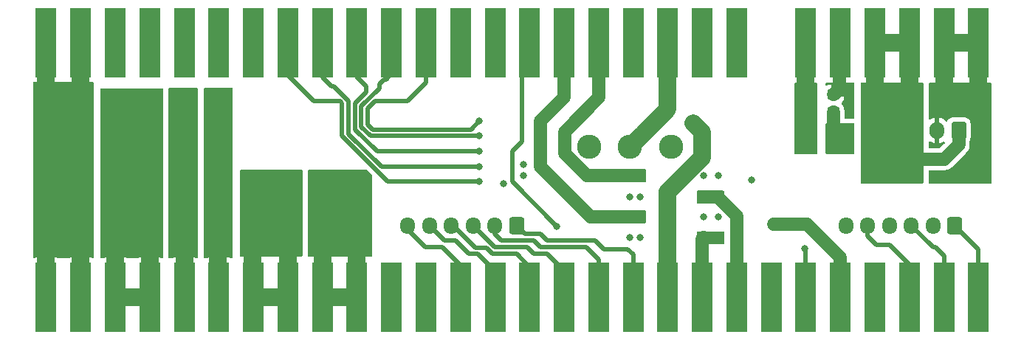
<source format=gbl>
G04 #@! TF.GenerationSoftware,KiCad,Pcbnew,(6.0.0)*
G04 #@! TF.CreationDate,2022-02-02T14:41:14+01:00*
G04 #@! TF.ProjectId,jamma_mahjong,6a616d6d-615f-46d6-9168-6a6f6e672e6b,rev?*
G04 #@! TF.SameCoordinates,Original*
G04 #@! TF.FileFunction,Copper,L4,Bot*
G04 #@! TF.FilePolarity,Positive*
%FSLAX46Y46*%
G04 Gerber Fmt 4.6, Leading zero omitted, Abs format (unit mm)*
G04 Created by KiCad (PCBNEW (6.0.0)) date 2022-02-02 14:41:14*
%MOMM*%
%LPD*%
G01*
G04 APERTURE LIST*
G04 Aperture macros list*
%AMRoundRect*
0 Rectangle with rounded corners*
0 $1 Rounding radius*
0 $2 $3 $4 $5 $6 $7 $8 $9 X,Y pos of 4 corners*
0 Add a 4 corners polygon primitive as box body*
4,1,4,$2,$3,$4,$5,$6,$7,$8,$9,$2,$3,0*
0 Add four circle primitives for the rounded corners*
1,1,$1+$1,$2,$3*
1,1,$1+$1,$4,$5*
1,1,$1+$1,$6,$7*
1,1,$1+$1,$8,$9*
0 Add four rect primitives between the rounded corners*
20,1,$1+$1,$2,$3,$4,$5,0*
20,1,$1+$1,$4,$5,$6,$7,0*
20,1,$1+$1,$6,$7,$8,$9,0*
20,1,$1+$1,$8,$9,$2,$3,0*%
G04 Aperture macros list end*
G04 #@! TA.AperFunction,SMDPad,CuDef*
%ADD10R,2.350000X8.000000*%
G04 #@! TD*
G04 #@! TA.AperFunction,ComponentPad*
%ADD11C,2.781000*%
G04 #@! TD*
G04 #@! TA.AperFunction,ComponentPad*
%ADD12RoundRect,0.250000X0.600000X0.725000X-0.600000X0.725000X-0.600000X-0.725000X0.600000X-0.725000X0*%
G04 #@! TD*
G04 #@! TA.AperFunction,ComponentPad*
%ADD13O,1.700000X1.950000*%
G04 #@! TD*
G04 #@! TA.AperFunction,ComponentPad*
%ADD14RoundRect,0.250000X0.600000X0.750000X-0.600000X0.750000X-0.600000X-0.750000X0.600000X-0.750000X0*%
G04 #@! TD*
G04 #@! TA.AperFunction,ComponentPad*
%ADD15O,1.700000X2.000000*%
G04 #@! TD*
G04 #@! TA.AperFunction,SMDPad,CuDef*
%ADD16RoundRect,0.250000X0.450000X-0.350000X0.450000X0.350000X-0.450000X0.350000X-0.450000X-0.350000X0*%
G04 #@! TD*
G04 #@! TA.AperFunction,ViaPad*
%ADD17C,0.800000*%
G04 #@! TD*
G04 #@! TA.AperFunction,Conductor*
%ADD18C,2.000000*%
G04 #@! TD*
G04 #@! TA.AperFunction,Conductor*
%ADD19C,1.500000*%
G04 #@! TD*
G04 #@! TA.AperFunction,Conductor*
%ADD20C,0.500000*%
G04 #@! TD*
G04 APERTURE END LIST*
D10*
X229720000Y-52020000D03*
X229720000Y-52020000D03*
X225760000Y-52020000D03*
X225760000Y-52020000D03*
X221800000Y-52020000D03*
X221800000Y-52020000D03*
X217840000Y-52020000D03*
X217840000Y-52020000D03*
X213880000Y-52020000D03*
X213880000Y-52020000D03*
X209920000Y-52020000D03*
X209920000Y-52020000D03*
X202000000Y-52020000D03*
X202000000Y-52020000D03*
X198040000Y-52020000D03*
X198040000Y-52020000D03*
X194080000Y-52020000D03*
X194080000Y-52020000D03*
X190120000Y-52020000D03*
X190120000Y-52020000D03*
X186160000Y-52020000D03*
X186160000Y-52020000D03*
X182200000Y-52020000D03*
X182200000Y-52020000D03*
X178240000Y-52020000D03*
X178240000Y-52020000D03*
X174280000Y-52020000D03*
X174280000Y-52020000D03*
X170320000Y-52020000D03*
X170320000Y-52020000D03*
X166360000Y-52020000D03*
X166360000Y-52020000D03*
X162400000Y-52020000D03*
X162400000Y-52020000D03*
X158440000Y-52020000D03*
X158440000Y-52020000D03*
X154480000Y-52020000D03*
X154480000Y-52020000D03*
X150520000Y-52020000D03*
X150520000Y-52020000D03*
X146560000Y-52020000D03*
X146560000Y-52020000D03*
X142600000Y-52020000D03*
X142600000Y-52020000D03*
X138640000Y-52020000D03*
X138640000Y-52020000D03*
X134680000Y-52020000D03*
X134680000Y-52020000D03*
X130720000Y-52020000D03*
X130720000Y-52020000D03*
X126760000Y-52020000D03*
X126760000Y-52020000D03*
X122800000Y-52020000D03*
X122800000Y-52020000D03*
X229720000Y-81230000D03*
X229720000Y-81230000D03*
X225760000Y-81230000D03*
X225760000Y-81230000D03*
X221800000Y-81230000D03*
X221800000Y-81230000D03*
X217840000Y-81230000D03*
X217840000Y-81230000D03*
X213880000Y-81230000D03*
X213880000Y-81230000D03*
X209920000Y-81230000D03*
X209920000Y-81230000D03*
X205993160Y-81232540D03*
X202000000Y-81230000D03*
X202000000Y-81230000D03*
X198040000Y-81230000D03*
X198040000Y-81230000D03*
X194080000Y-81230000D03*
X194080000Y-81230000D03*
X190120000Y-81230000D03*
X190120000Y-81230000D03*
X186160000Y-81230000D03*
X186160000Y-81230000D03*
X182200000Y-81230000D03*
X182200000Y-81230000D03*
X178240000Y-81230000D03*
X178240000Y-81230000D03*
X174280000Y-81230000D03*
X174280000Y-81230000D03*
X170320000Y-81230000D03*
X170320000Y-81230000D03*
X166360000Y-81230000D03*
X166360000Y-81230000D03*
X162400000Y-81230000D03*
X162400000Y-81230000D03*
X158440000Y-81230000D03*
X158440000Y-81230000D03*
X154480000Y-81230000D03*
X154480000Y-81230000D03*
X150520000Y-81230000D03*
X150520000Y-81230000D03*
X146560000Y-81230000D03*
X146560000Y-81230000D03*
X142600000Y-81230000D03*
X142600000Y-81230000D03*
X138640000Y-81230000D03*
X138640000Y-81230000D03*
X134680000Y-81230000D03*
X134680000Y-81230000D03*
X130720000Y-81230000D03*
X130720000Y-81230000D03*
X126760000Y-81230000D03*
X126760000Y-81230000D03*
X122800000Y-81230000D03*
X122800000Y-81230000D03*
D11*
X194450000Y-64000000D03*
X189750000Y-64000000D03*
X185050000Y-64000000D03*
D12*
X227000000Y-73000000D03*
D13*
X224500000Y-73000000D03*
X222000000Y-73000000D03*
X219500000Y-73000000D03*
X217000000Y-73000000D03*
X214500000Y-73000000D03*
D12*
X176750000Y-73000000D03*
D13*
X174250000Y-73000000D03*
X171750000Y-73000000D03*
X169250000Y-73000000D03*
X166750000Y-73000000D03*
X164250000Y-73000000D03*
D14*
X227450000Y-62100000D03*
D15*
X224950000Y-62100000D03*
D16*
X213100000Y-60000000D03*
X213100000Y-58000000D03*
D17*
X209250000Y-61900000D03*
X142494000Y-75946000D03*
X142500000Y-58900000D03*
X142500000Y-60100000D03*
X142500000Y-57700000D03*
X209250000Y-64300000D03*
X209920000Y-57130000D03*
X209250000Y-63100000D03*
X210650000Y-64300000D03*
X142494000Y-74930000D03*
X122800000Y-57200000D03*
X158500000Y-76000000D03*
X126760000Y-57240000D03*
X126800000Y-58800000D03*
X154500000Y-76000000D03*
X225800000Y-59000000D03*
X122800000Y-58800000D03*
X225760000Y-57600000D03*
X156600000Y-76000000D03*
X122800000Y-75800000D03*
X177500000Y-66000000D03*
X229750000Y-59000000D03*
X156600000Y-75000000D03*
X122800000Y-74200000D03*
X206248000Y-72898000D03*
X207264000Y-72898000D03*
X177500000Y-67250000D03*
X154500000Y-75000000D03*
X227600000Y-59000000D03*
X158500000Y-75000000D03*
X126800000Y-74200000D03*
X229720000Y-57600000D03*
X227600000Y-57600000D03*
X126750000Y-75750000D03*
X219800000Y-57600000D03*
X134500000Y-74500000D03*
X130750000Y-75750000D03*
X130750000Y-74500000D03*
X150500000Y-76000000D03*
X150500000Y-75000000D03*
X132600000Y-75800000D03*
X132600000Y-74400000D03*
X217840000Y-57660000D03*
X148400000Y-76000000D03*
X130200000Y-58400000D03*
X221800000Y-57600000D03*
X132600000Y-58400000D03*
X134680000Y-75820000D03*
X146500000Y-75000000D03*
X148400000Y-75000000D03*
X146500000Y-76000000D03*
X221800000Y-59000000D03*
X219800000Y-59000000D03*
X217800000Y-59000000D03*
X135000000Y-58400000D03*
X214950000Y-58900000D03*
X214950000Y-57650000D03*
X214950000Y-60200000D03*
X199900000Y-74422000D03*
X190950000Y-74422000D03*
X198200000Y-74422000D03*
X189738000Y-74422000D03*
X197000000Y-61250000D03*
X175250000Y-68250000D03*
X203708000Y-67818000D03*
X190950000Y-69750000D03*
X189700000Y-69750000D03*
X198200000Y-69800000D03*
X199900000Y-69800000D03*
X199898000Y-67310000D03*
X190950000Y-67310000D03*
X189738000Y-67310000D03*
X198201018Y-67311018D03*
X172500000Y-62750000D03*
X172500000Y-66250000D03*
X198200000Y-72000000D03*
X199900000Y-72000000D03*
X190950000Y-72000000D03*
X189700000Y-72000000D03*
X209804000Y-75692000D03*
X181356000Y-73152000D03*
X172500000Y-68000000D03*
X172500000Y-64500000D03*
X172500000Y-61000000D03*
X138750000Y-58800000D03*
X214900000Y-64300000D03*
X212800000Y-61900000D03*
X214900000Y-61900000D03*
X138750000Y-57650000D03*
X138800000Y-60200000D03*
X212800000Y-64300000D03*
D18*
X142494000Y-74930000D02*
X142494000Y-81124000D01*
X209920000Y-52020000D02*
X209920000Y-57130000D01*
X142494000Y-81124000D02*
X142600000Y-81230000D01*
X158440000Y-75060000D02*
X158500000Y-75000000D01*
X122800000Y-52020000D02*
X122800000Y-56950000D01*
X225760000Y-52020000D02*
X229720000Y-52020000D01*
X122800000Y-81230000D02*
X122800000Y-75800000D01*
X229720000Y-52020000D02*
X229720000Y-58970000D01*
X154500000Y-75000000D02*
X154500000Y-76000000D01*
X158440000Y-81230000D02*
X158440000Y-75060000D01*
X126760000Y-81230000D02*
X126760000Y-75760000D01*
X154500000Y-76000000D02*
X154500000Y-81210000D01*
X126760000Y-52020000D02*
X126760000Y-57240000D01*
D19*
X210058000Y-72898000D02*
X207264000Y-72898000D01*
X213880000Y-76720000D02*
X210058000Y-72898000D01*
D18*
X154480000Y-81230000D02*
X158440000Y-81230000D01*
X154500000Y-81210000D02*
X154480000Y-81230000D01*
D19*
X206248000Y-72898000D02*
X207264000Y-72898000D01*
D18*
X122800000Y-56950000D02*
X122750000Y-57000000D01*
X126760000Y-75760000D02*
X126750000Y-75750000D01*
X229720000Y-58970000D02*
X229750000Y-59000000D01*
X126760000Y-57240000D02*
X126750000Y-57250000D01*
X225760000Y-52020000D02*
X225760000Y-57600000D01*
D19*
X213880000Y-81230000D02*
X213880000Y-76720000D01*
D18*
X130720000Y-81230000D02*
X134680000Y-81230000D01*
X130750000Y-81200000D02*
X130720000Y-81230000D01*
X146500000Y-75000000D02*
X146500000Y-76000000D01*
D19*
X227450000Y-63750000D02*
X225800000Y-65400000D01*
D18*
X217840000Y-58960000D02*
X217840000Y-57660000D01*
X217800000Y-59000000D02*
X217840000Y-58960000D01*
X217840000Y-52020000D02*
X221800000Y-52020000D01*
X146500000Y-81170000D02*
X146560000Y-81230000D01*
D19*
X227450000Y-62100000D02*
X227450000Y-63750000D01*
D18*
X146500000Y-76000000D02*
X146500000Y-81170000D01*
X134680000Y-81230000D02*
X134680000Y-74680000D01*
X217840000Y-52020000D02*
X217840000Y-57660000D01*
X130750000Y-74500000D02*
X130750000Y-75750000D01*
X150520000Y-81230000D02*
X150520000Y-75020000D01*
X134680000Y-74680000D02*
X134500000Y-74500000D01*
X221800000Y-52020000D02*
X221800000Y-57600000D01*
X130750000Y-75750000D02*
X130750000Y-81200000D01*
X146560000Y-81230000D02*
X150520000Y-81230000D01*
X150520000Y-75020000D02*
X150500000Y-75000000D01*
D19*
X225800000Y-65400000D02*
X222000000Y-65400000D01*
D18*
X221800000Y-59000000D02*
X221800000Y-57600000D01*
D19*
X213100000Y-58000000D02*
X213750000Y-57350000D01*
X213750000Y-57350000D02*
X213750000Y-52150000D01*
X213750000Y-52150000D02*
X213880000Y-52020000D01*
X198200000Y-74422000D02*
X198040000Y-74582000D01*
X198040000Y-74582000D02*
X198040000Y-81230000D01*
D18*
X198000000Y-65250000D02*
X198000000Y-62250000D01*
X198000000Y-62250000D02*
X197000000Y-61250000D01*
X194080000Y-81230000D02*
X194080000Y-69170000D01*
X194080000Y-69170000D02*
X198000000Y-65250000D01*
D19*
X202000000Y-71900000D02*
X202000000Y-81230000D01*
X199900000Y-69800000D02*
X202000000Y-71900000D01*
X182250000Y-64750000D02*
X182250000Y-62250000D01*
X182250000Y-62250000D02*
X186160000Y-58340000D01*
X186160000Y-58340000D02*
X186160000Y-52020000D01*
X189738000Y-67310000D02*
X184810000Y-67310000D01*
X184810000Y-67310000D02*
X182250000Y-64750000D01*
D20*
X161000000Y-56750000D02*
X161500000Y-56250000D01*
X158949520Y-59300480D02*
X161000000Y-57250000D01*
X158949520Y-61710250D02*
X158949520Y-59300480D01*
X159989270Y-62750000D02*
X158949520Y-61710250D01*
X161500000Y-56250000D02*
X161750000Y-56250000D01*
X161750000Y-56250000D02*
X162400000Y-55600000D01*
X162400000Y-55600000D02*
X162400000Y-52020000D01*
X161000000Y-57250000D02*
X161000000Y-56750000D01*
X172500000Y-62750000D02*
X159989270Y-62750000D01*
X154480000Y-55980000D02*
X154480000Y-52020000D01*
X172500000Y-66250000D02*
X161250000Y-66250000D01*
X155750000Y-57010730D02*
X155510730Y-57010730D01*
X157500000Y-62500000D02*
X157500000Y-58760730D01*
X155510730Y-57010730D02*
X154480000Y-55980000D01*
X157500000Y-58760730D02*
X155750000Y-57010730D01*
X161250000Y-66250000D02*
X157500000Y-62500000D01*
D19*
X185250000Y-72000000D02*
X179500000Y-66250000D01*
X179500000Y-61000000D02*
X182200000Y-58300000D01*
X189700000Y-72000000D02*
X185250000Y-72000000D01*
X182200000Y-58300000D02*
X182200000Y-52020000D01*
X179500000Y-66250000D02*
X179500000Y-61000000D01*
D20*
X181356000Y-73152000D02*
X181356000Y-73106000D01*
X176250000Y-64500000D02*
X177400000Y-63350000D01*
X176250000Y-68000000D02*
X176250000Y-64500000D01*
X181356000Y-73106000D02*
X176250000Y-68000000D01*
X177400000Y-52860000D02*
X178240000Y-52020000D01*
X177400000Y-63350000D02*
X177400000Y-52860000D01*
X209804000Y-75692000D02*
X209920000Y-75808000D01*
X209920000Y-75808000D02*
X209920000Y-81230000D01*
X162000000Y-68000000D02*
X156750000Y-62750000D01*
X219500000Y-75250000D02*
X218000000Y-75250000D01*
X156750000Y-62750000D02*
X156750000Y-59000000D01*
X221800000Y-81230000D02*
X221800000Y-77550000D01*
X172500000Y-68000000D02*
X162000000Y-68000000D01*
X153500000Y-58750000D02*
X150520000Y-55770000D01*
X156750000Y-59000000D02*
X156500000Y-58750000D01*
X217000000Y-74250000D02*
X217000000Y-73000000D01*
X156500000Y-58750000D02*
X153500000Y-58750000D01*
X218000000Y-75250000D02*
X217000000Y-74250000D01*
X221800000Y-77550000D02*
X219500000Y-75250000D01*
X150520000Y-55770000D02*
X150520000Y-52020000D01*
X178750000Y-76250000D02*
X180250000Y-76250000D01*
X171750000Y-73000000D02*
X174250000Y-75500000D01*
X182200000Y-78200000D02*
X182200000Y-81230000D01*
X178000000Y-75500000D02*
X178750000Y-76250000D01*
X174250000Y-75500000D02*
X178000000Y-75500000D01*
X180250000Y-76250000D02*
X182200000Y-78200000D01*
X169750000Y-74750000D02*
X171250000Y-76250000D01*
X174280000Y-78280000D02*
X174280000Y-81230000D01*
X166750000Y-73000000D02*
X168500000Y-74750000D01*
X168500000Y-74750000D02*
X169750000Y-74750000D01*
X171250000Y-76250000D02*
X172250000Y-76250000D01*
X172250000Y-76250000D02*
X174280000Y-78280000D01*
X177750000Y-74000000D02*
X179500000Y-74000000D01*
X186750000Y-75750000D02*
X189500000Y-75750000D01*
X176750000Y-73000000D02*
X177750000Y-74000000D01*
X189500000Y-75750000D02*
X190120000Y-76370000D01*
X179500000Y-74000000D02*
X180250000Y-74750000D01*
X190120000Y-76370000D02*
X190120000Y-81230000D01*
X180250000Y-74750000D02*
X185750000Y-74750000D01*
X185750000Y-74750000D02*
X186750000Y-75750000D01*
X166250000Y-75500000D02*
X164250000Y-73500000D01*
X170320000Y-77570000D02*
X168250000Y-75500000D01*
X170320000Y-81230000D02*
X170320000Y-77570000D01*
X168250000Y-75500000D02*
X166250000Y-75500000D01*
X164250000Y-73500000D02*
X164250000Y-73000000D01*
X184750000Y-75500000D02*
X186160000Y-76910000D01*
X174250000Y-73000000D02*
X174250000Y-74000000D01*
X186160000Y-76910000D02*
X186160000Y-81230000D01*
X179500000Y-75500000D02*
X184750000Y-75500000D01*
X178750000Y-74750000D02*
X179500000Y-75500000D01*
X175000000Y-74750000D02*
X178750000Y-74750000D01*
X174250000Y-74000000D02*
X175000000Y-74750000D01*
X158440000Y-55940000D02*
X158440000Y-52020000D01*
X224750000Y-75500000D02*
X225760000Y-76510000D01*
X158250000Y-59000000D02*
X159500000Y-57750000D01*
X158250000Y-62000000D02*
X158250000Y-59000000D01*
X225760000Y-76510000D02*
X225760000Y-81230000D01*
X222000000Y-73000000D02*
X224500000Y-75500000D01*
X160750000Y-64500000D02*
X158250000Y-62000000D01*
X159500000Y-57750000D02*
X159500000Y-57000000D01*
X172500000Y-64500000D02*
X160750000Y-64500000D01*
X159500000Y-57000000D02*
X158440000Y-55940000D01*
X224500000Y-75500000D02*
X224750000Y-75500000D01*
X160500000Y-58750000D02*
X164250000Y-58750000D01*
X164250000Y-58750000D02*
X166360000Y-56640000D01*
X229720000Y-75720000D02*
X229720000Y-81230000D01*
X160228540Y-62000000D02*
X159649040Y-61420500D01*
X166360000Y-56640000D02*
X166360000Y-52020000D01*
X171500000Y-62000000D02*
X160228540Y-62000000D01*
X227000000Y-73000000D02*
X229720000Y-75720000D01*
X172500000Y-61000000D02*
X171500000Y-62000000D01*
X159649040Y-59600960D02*
X160500000Y-58750000D01*
X159649040Y-61420500D02*
X159649040Y-59600960D01*
X174000000Y-76250000D02*
X176750000Y-76250000D01*
X172050480Y-75550480D02*
X173300480Y-75550480D01*
X176750000Y-76250000D02*
X178240000Y-77740000D01*
X173300480Y-75550480D02*
X174000000Y-76250000D01*
X169250000Y-73000000D02*
X169500000Y-73000000D01*
X178240000Y-77740000D02*
X178240000Y-81230000D01*
X169500000Y-73000000D02*
X172050480Y-75550480D01*
D18*
X138640000Y-76040000D02*
X138640000Y-81230000D01*
D19*
X213100000Y-60000000D02*
X213100000Y-61600000D01*
D18*
X191250000Y-62500000D02*
X194080000Y-59670000D01*
X189750000Y-64000000D02*
X191250000Y-62500000D01*
X194080000Y-59670000D02*
X194080000Y-52020000D01*
G04 #@! TA.AperFunction,Conductor*
G36*
X211192121Y-56620002D02*
G01*
X211238614Y-56673658D01*
X211250000Y-56726000D01*
X211250000Y-64724000D01*
X211229998Y-64792121D01*
X211176342Y-64838614D01*
X211124000Y-64850000D01*
X208726000Y-64850000D01*
X208657879Y-64829998D01*
X208611386Y-64776342D01*
X208600000Y-64724000D01*
X208600000Y-56726000D01*
X208620002Y-56657879D01*
X208673658Y-56611386D01*
X208726000Y-56600000D01*
X211124000Y-56600000D01*
X211192121Y-56620002D01*
G37*
G04 #@! TD.AperFunction*
G04 #@! TA.AperFunction,Conductor*
G36*
X231142121Y-56620002D02*
G01*
X231188614Y-56673658D01*
X231200000Y-56726000D01*
X231200000Y-68074000D01*
X231179998Y-68142121D01*
X231126342Y-68188614D01*
X231074000Y-68200000D01*
X224126000Y-68200000D01*
X224057879Y-68179998D01*
X224011386Y-68126342D01*
X224000000Y-68074000D01*
X224000000Y-66784500D01*
X224020002Y-66716379D01*
X224073658Y-66669886D01*
X224126000Y-66658500D01*
X225708604Y-66658500D01*
X225725051Y-66659578D01*
X225741516Y-66661746D01*
X225741520Y-66661746D01*
X225747086Y-66662479D01*
X225828489Y-66658640D01*
X225834424Y-66658500D01*
X225856999Y-66658500D01*
X225882989Y-66656181D01*
X225888248Y-66655822D01*
X225971488Y-66651896D01*
X225976947Y-66650646D01*
X225976952Y-66650645D01*
X225988970Y-66647892D01*
X226005899Y-66645211D01*
X226023762Y-66643617D01*
X226029178Y-66642135D01*
X226029180Y-66642135D01*
X226104133Y-66621630D01*
X226109251Y-66620344D01*
X226185000Y-66602995D01*
X226185002Y-66602994D01*
X226190470Y-66601742D01*
X226200970Y-66597263D01*
X226206967Y-66594706D01*
X226223142Y-66589073D01*
X226235039Y-66585818D01*
X226235043Y-66585817D01*
X226240451Y-66584337D01*
X226315667Y-66548461D01*
X226320476Y-66546290D01*
X226391949Y-66515804D01*
X226391950Y-66515804D01*
X226397109Y-66513603D01*
X226412110Y-66503749D01*
X226427025Y-66495346D01*
X226443218Y-66487622D01*
X226447769Y-66484352D01*
X226447772Y-66484350D01*
X226510881Y-66439001D01*
X226515232Y-66436011D01*
X226581010Y-66392804D01*
X226581018Y-66392798D01*
X226584874Y-66390265D01*
X226605662Y-66371743D01*
X226615939Y-66363510D01*
X226625654Y-66356529D01*
X226700062Y-66279746D01*
X226701451Y-66278336D01*
X228275263Y-64704525D01*
X228287654Y-64693657D01*
X228300848Y-64683533D01*
X228305292Y-64680123D01*
X228360139Y-64619846D01*
X228364238Y-64615549D01*
X228380198Y-64599590D01*
X228396942Y-64579564D01*
X228400401Y-64575599D01*
X228452708Y-64518115D01*
X228452709Y-64518114D01*
X228456485Y-64513964D01*
X228466016Y-64498770D01*
X228476085Y-64484910D01*
X228487593Y-64471147D01*
X228528869Y-64398782D01*
X228531579Y-64394253D01*
X228572885Y-64328405D01*
X228575864Y-64323656D01*
X228582553Y-64307017D01*
X228590012Y-64291587D01*
X228596119Y-64280881D01*
X228596123Y-64280872D01*
X228598898Y-64276007D01*
X228626712Y-64197462D01*
X228628573Y-64192537D01*
X228650248Y-64138621D01*
X228659656Y-64115217D01*
X228663296Y-64097639D01*
X228667902Y-64081146D01*
X228673888Y-64064241D01*
X228687352Y-63982021D01*
X228688314Y-63976833D01*
X228704276Y-63899756D01*
X228705213Y-63895233D01*
X228706816Y-63867437D01*
X228708263Y-63854331D01*
X228709286Y-63848086D01*
X228709287Y-63848079D01*
X228710193Y-63842543D01*
X228708516Y-63735769D01*
X228708500Y-63733791D01*
X228708500Y-63262985D01*
X228727241Y-63196868D01*
X228738274Y-63178970D01*
X228738276Y-63178967D01*
X228742115Y-63172738D01*
X228797797Y-63004861D01*
X228808500Y-62900400D01*
X228808500Y-61299600D01*
X228797526Y-61193834D01*
X228741550Y-61026054D01*
X228648478Y-60875652D01*
X228523303Y-60750695D01*
X228492965Y-60731994D01*
X228378968Y-60661725D01*
X228378966Y-60661724D01*
X228372738Y-60657885D01*
X228253498Y-60618335D01*
X228211389Y-60604368D01*
X228211387Y-60604368D01*
X228204861Y-60602203D01*
X228198025Y-60601503D01*
X228198022Y-60601502D01*
X228154969Y-60597091D01*
X228100400Y-60591500D01*
X226799600Y-60591500D01*
X226796354Y-60591837D01*
X226796350Y-60591837D01*
X226700692Y-60601762D01*
X226700688Y-60601763D01*
X226693834Y-60602474D01*
X226687298Y-60604655D01*
X226687296Y-60604655D01*
X226555194Y-60648728D01*
X226526054Y-60658450D01*
X226375652Y-60751522D01*
X226250695Y-60876697D01*
X226246855Y-60882927D01*
X226246854Y-60882928D01*
X226160648Y-61022780D01*
X226107876Y-61070273D01*
X226037804Y-61081697D01*
X225972680Y-61053423D01*
X225962218Y-61043636D01*
X225856766Y-60933094D01*
X225848814Y-60926059D01*
X225672475Y-60794859D01*
X225663438Y-60789255D01*
X225467516Y-60689643D01*
X225457665Y-60685643D01*
X225247760Y-60620466D01*
X225237376Y-60618183D01*
X225221957Y-60616139D01*
X225207793Y-60618335D01*
X225204000Y-60631522D01*
X225204000Y-63566192D01*
X225207973Y-63579723D01*
X225218580Y-63581248D01*
X225336421Y-63556523D01*
X225346617Y-63553463D01*
X225551029Y-63472737D01*
X225560561Y-63468006D01*
X225663236Y-63405701D01*
X225731850Y-63387462D01*
X225799433Y-63409213D01*
X225844527Y-63464050D01*
X225852816Y-63534561D01*
X225817697Y-63602515D01*
X225315617Y-64104595D01*
X225253305Y-64138621D01*
X225226522Y-64141500D01*
X224126000Y-64141500D01*
X224057879Y-64121498D01*
X224011386Y-64067842D01*
X224000000Y-64015500D01*
X224000000Y-63486653D01*
X224020002Y-63418532D01*
X224073658Y-63372039D01*
X224143932Y-63361935D01*
X224201214Y-63385564D01*
X224227531Y-63405145D01*
X224236562Y-63410745D01*
X224432484Y-63510357D01*
X224442335Y-63514357D01*
X224652240Y-63579534D01*
X224662624Y-63581817D01*
X224678043Y-63583861D01*
X224692207Y-63581665D01*
X224696000Y-63568478D01*
X224696000Y-60633808D01*
X224692027Y-60620277D01*
X224681420Y-60618752D01*
X224563579Y-60643477D01*
X224553383Y-60646537D01*
X224348971Y-60727263D01*
X224339439Y-60731994D01*
X224191366Y-60821847D01*
X224122752Y-60840086D01*
X224055169Y-60818335D01*
X224010075Y-60763498D01*
X224000000Y-60714128D01*
X224000000Y-56726000D01*
X224020002Y-56657879D01*
X224073658Y-56611386D01*
X224126000Y-56600000D01*
X231074000Y-56600000D01*
X231142121Y-56620002D01*
G37*
G04 #@! TD.AperFunction*
G04 #@! TA.AperFunction,Conductor*
G36*
X215442121Y-56620002D02*
G01*
X215488614Y-56673658D01*
X215500000Y-56726000D01*
X215500000Y-60616000D01*
X215479998Y-60684121D01*
X215426342Y-60730614D01*
X215374000Y-60742000D01*
X214484500Y-60742000D01*
X214416379Y-60721998D01*
X214369886Y-60668342D01*
X214358500Y-60616000D01*
X214358500Y-59943001D01*
X214343617Y-59776238D01*
X214312966Y-59664198D01*
X214308500Y-59630950D01*
X214308500Y-59599600D01*
X214297526Y-59493834D01*
X214241550Y-59326054D01*
X214148478Y-59175652D01*
X214061537Y-59088862D01*
X214027458Y-59026579D01*
X214032461Y-58955759D01*
X214061382Y-58910671D01*
X214143739Y-58828171D01*
X214152751Y-58816760D01*
X214237816Y-58678757D01*
X214243963Y-58665576D01*
X214295138Y-58511290D01*
X214298005Y-58497914D01*
X214307672Y-58403562D01*
X214308000Y-58397146D01*
X214308000Y-58272115D01*
X214303525Y-58256876D01*
X214302135Y-58255671D01*
X214294452Y-58254000D01*
X212972000Y-58254000D01*
X212903879Y-58233998D01*
X212857386Y-58180342D01*
X212846000Y-58128000D01*
X212846000Y-57727885D01*
X213354000Y-57727885D01*
X213358475Y-57743124D01*
X213359865Y-57744329D01*
X213367548Y-57746000D01*
X214289884Y-57746000D01*
X214305123Y-57741525D01*
X214306328Y-57740135D01*
X214307999Y-57732452D01*
X214307999Y-57602905D01*
X214307662Y-57596386D01*
X214297743Y-57500794D01*
X214294851Y-57487400D01*
X214243412Y-57333216D01*
X214237239Y-57320038D01*
X214151937Y-57182193D01*
X214142901Y-57170792D01*
X214028171Y-57056261D01*
X214016760Y-57047249D01*
X213878757Y-56962184D01*
X213865576Y-56956037D01*
X213711290Y-56904862D01*
X213697914Y-56901995D01*
X213603562Y-56892328D01*
X213597145Y-56892000D01*
X213372115Y-56892000D01*
X213356876Y-56896475D01*
X213355671Y-56897865D01*
X213354000Y-56905548D01*
X213354000Y-57727885D01*
X212846000Y-57727885D01*
X212846000Y-56910116D01*
X212841525Y-56894877D01*
X212840135Y-56893672D01*
X212832452Y-56892001D01*
X212602905Y-56892001D01*
X212596386Y-56892338D01*
X212500794Y-56902257D01*
X212487400Y-56905149D01*
X212365876Y-56945692D01*
X212294926Y-56948276D01*
X212233842Y-56912092D01*
X212202018Y-56848628D01*
X212200000Y-56826168D01*
X212200000Y-56726000D01*
X212220002Y-56657879D01*
X212273658Y-56611386D01*
X212326000Y-56600000D01*
X215374000Y-56600000D01*
X215442121Y-56620002D01*
G37*
G04 #@! TD.AperFunction*
G04 #@! TA.AperFunction,Conductor*
G36*
X144142121Y-57220002D02*
G01*
X144188614Y-57273658D01*
X144200000Y-57326000D01*
X144200000Y-76666395D01*
X144179998Y-76734516D01*
X144126342Y-76781009D01*
X144056068Y-76791113D01*
X144021547Y-76779601D01*
X144021462Y-76779828D01*
X144015291Y-76777515D01*
X144013487Y-76776913D01*
X144013054Y-76776676D01*
X143892606Y-76731522D01*
X143877351Y-76727895D01*
X143826486Y-76722369D01*
X143819672Y-76722000D01*
X142872115Y-76722000D01*
X142856876Y-76726475D01*
X142855671Y-76727865D01*
X142854000Y-76735548D01*
X142854000Y-76800000D01*
X142346000Y-76800000D01*
X142346000Y-76740116D01*
X142341525Y-76724877D01*
X142340135Y-76723672D01*
X142332452Y-76722001D01*
X141380331Y-76722001D01*
X141373510Y-76722371D01*
X141322648Y-76727895D01*
X141307396Y-76731521D01*
X141186944Y-76776677D01*
X141172616Y-76784521D01*
X141112108Y-76800000D01*
X141026000Y-76800000D01*
X140957879Y-76779998D01*
X140911386Y-76726342D01*
X140900000Y-76674000D01*
X140900000Y-57326000D01*
X140920002Y-57257879D01*
X140973658Y-57211386D01*
X141026000Y-57200000D01*
X144074000Y-57200000D01*
X144142121Y-57220002D01*
G37*
G04 #@! TD.AperFunction*
G04 #@! TA.AperFunction,Conductor*
G36*
X140142121Y-57220002D02*
G01*
X140188614Y-57273658D01*
X140200000Y-57326000D01*
X140200000Y-76649965D01*
X140179998Y-76718086D01*
X140126342Y-76764579D01*
X140056068Y-76774683D01*
X140029770Y-76767947D01*
X139932606Y-76731522D01*
X139917351Y-76727895D01*
X139866486Y-76722369D01*
X139859672Y-76722000D01*
X138912115Y-76722000D01*
X138896876Y-76726475D01*
X138895671Y-76727865D01*
X138894000Y-76735548D01*
X138894000Y-76800000D01*
X138386000Y-76800000D01*
X138386000Y-76740116D01*
X138381525Y-76724877D01*
X138380135Y-76723672D01*
X138372452Y-76722001D01*
X137420331Y-76722001D01*
X137413510Y-76722371D01*
X137362648Y-76727895D01*
X137347396Y-76731521D01*
X137226944Y-76776677D01*
X137212616Y-76784521D01*
X137152108Y-76800000D01*
X136926000Y-76800000D01*
X136857879Y-76779998D01*
X136811386Y-76726342D01*
X136800000Y-76674000D01*
X136800000Y-57326000D01*
X136820002Y-57257879D01*
X136873658Y-57211386D01*
X136926000Y-57200000D01*
X140074000Y-57200000D01*
X140142121Y-57220002D01*
G37*
G04 #@! TD.AperFunction*
G04 #@! TA.AperFunction,Conductor*
G36*
X215442121Y-61270002D02*
G01*
X215488614Y-61323658D01*
X215500000Y-61376000D01*
X215500000Y-64724000D01*
X215479998Y-64792121D01*
X215426342Y-64838614D01*
X215374000Y-64850000D01*
X212326000Y-64850000D01*
X212257879Y-64829998D01*
X212211386Y-64776342D01*
X212200000Y-64724000D01*
X212200000Y-61376000D01*
X212220002Y-61307879D01*
X212273658Y-61261386D01*
X212326000Y-61250000D01*
X215374000Y-61250000D01*
X215442121Y-61270002D01*
G37*
G04 #@! TD.AperFunction*
G04 #@! TA.AperFunction,Conductor*
G36*
X223342121Y-56620002D02*
G01*
X223388614Y-56673658D01*
X223400000Y-56726000D01*
X223400000Y-68074000D01*
X223379998Y-68142121D01*
X223326342Y-68188614D01*
X223274000Y-68200000D01*
X216326000Y-68200000D01*
X216257879Y-68179998D01*
X216211386Y-68126342D01*
X216200000Y-68074000D01*
X216200000Y-56726000D01*
X216220002Y-56657879D01*
X216273658Y-56611386D01*
X216326000Y-56600000D01*
X223274000Y-56600000D01*
X223342121Y-56620002D01*
G37*
G04 #@! TD.AperFunction*
G04 #@! TA.AperFunction,Conductor*
G36*
X200492121Y-69020002D02*
G01*
X200538614Y-69073658D01*
X200550000Y-69126000D01*
X200550000Y-70374000D01*
X200529998Y-70442121D01*
X200476342Y-70488614D01*
X200424000Y-70500000D01*
X197576000Y-70500000D01*
X197507879Y-70479998D01*
X197461386Y-70426342D01*
X197450000Y-70374000D01*
X197450000Y-69126000D01*
X197470002Y-69057879D01*
X197523658Y-69011386D01*
X197576000Y-69000000D01*
X200424000Y-69000000D01*
X200492121Y-69020002D01*
G37*
G04 #@! TD.AperFunction*
G04 #@! TA.AperFunction,Conductor*
G36*
X191542121Y-66568002D02*
G01*
X191588614Y-66621658D01*
X191600000Y-66674000D01*
X191600000Y-67922000D01*
X191579998Y-67990121D01*
X191526342Y-68036614D01*
X191474000Y-68048000D01*
X188376000Y-68048000D01*
X188307879Y-68027998D01*
X188261386Y-67974342D01*
X188250000Y-67922000D01*
X188250000Y-66674000D01*
X188270002Y-66605879D01*
X188323658Y-66559386D01*
X188376000Y-66548000D01*
X191474000Y-66548000D01*
X191542121Y-66568002D01*
G37*
G04 #@! TD.AperFunction*
G04 #@! TA.AperFunction,Conductor*
G36*
X200492121Y-73704002D02*
G01*
X200538614Y-73757658D01*
X200550000Y-73810000D01*
X200550000Y-75058000D01*
X200529998Y-75126121D01*
X200476342Y-75172614D01*
X200424000Y-75184000D01*
X197576000Y-75184000D01*
X197507879Y-75163998D01*
X197461386Y-75110342D01*
X197450000Y-75058000D01*
X197450000Y-73810000D01*
X197470002Y-73741879D01*
X197523658Y-73695386D01*
X197576000Y-73684000D01*
X200424000Y-73684000D01*
X200492121Y-73704002D01*
G37*
G04 #@! TD.AperFunction*
G04 #@! TA.AperFunction,Conductor*
G36*
X191542121Y-71270002D02*
G01*
X191588614Y-71323658D01*
X191600000Y-71376000D01*
X191600000Y-72624000D01*
X191579998Y-72692121D01*
X191526342Y-72738614D01*
X191474000Y-72750000D01*
X188376000Y-72750000D01*
X188307879Y-72729998D01*
X188261386Y-72676342D01*
X188250000Y-72624000D01*
X188250000Y-71376000D01*
X188270002Y-71307879D01*
X188323658Y-71261386D01*
X188376000Y-71250000D01*
X191474000Y-71250000D01*
X191542121Y-71270002D01*
G37*
G04 #@! TD.AperFunction*
G04 #@! TA.AperFunction,Conductor*
G36*
X152142121Y-66620002D02*
G01*
X152188614Y-66673658D01*
X152200000Y-66726000D01*
X152200000Y-76474000D01*
X152179998Y-76542121D01*
X152126342Y-76588614D01*
X152074000Y-76600000D01*
X145126000Y-76600000D01*
X145057879Y-76579998D01*
X145011386Y-76526342D01*
X145000000Y-76474000D01*
X145000000Y-66726000D01*
X145020002Y-66657879D01*
X145073658Y-66611386D01*
X145126000Y-66600000D01*
X152074000Y-66600000D01*
X152142121Y-66620002D01*
G37*
G04 #@! TD.AperFunction*
G04 #@! TA.AperFunction,Conductor*
G36*
X159543250Y-66620002D02*
G01*
X159564224Y-66636905D01*
X160163095Y-67235776D01*
X160197121Y-67298088D01*
X160200000Y-67324871D01*
X160200000Y-76474000D01*
X160179998Y-76542121D01*
X160126342Y-76588614D01*
X160074000Y-76600000D01*
X152926000Y-76600000D01*
X152857879Y-76579998D01*
X152811386Y-76526342D01*
X152800000Y-76474000D01*
X152800000Y-66726000D01*
X152820002Y-66657879D01*
X152873658Y-66611386D01*
X152926000Y-66600000D01*
X159475129Y-66600000D01*
X159543250Y-66620002D01*
G37*
G04 #@! TD.AperFunction*
G04 #@! TA.AperFunction,Conductor*
G36*
X136192121Y-57270002D02*
G01*
X136238614Y-57323658D01*
X136250000Y-57376000D01*
X136250000Y-76624000D01*
X136229998Y-76692121D01*
X136176342Y-76738614D01*
X136124000Y-76750000D01*
X136044738Y-76750000D01*
X136000508Y-76741982D01*
X135972605Y-76731522D01*
X135957351Y-76727895D01*
X135906486Y-76722369D01*
X135899672Y-76722000D01*
X134952115Y-76722000D01*
X134936876Y-76726475D01*
X134935671Y-76727865D01*
X134934000Y-76735548D01*
X134934000Y-76750000D01*
X134426000Y-76750000D01*
X134426000Y-76740116D01*
X134421525Y-76724877D01*
X134420135Y-76723672D01*
X134412452Y-76722001D01*
X133460331Y-76722001D01*
X133453510Y-76722371D01*
X133402648Y-76727895D01*
X133387397Y-76731521D01*
X133359492Y-76741982D01*
X133315262Y-76750000D01*
X132084738Y-76750000D01*
X132040508Y-76741982D01*
X132012605Y-76731522D01*
X131997351Y-76727895D01*
X131946486Y-76722369D01*
X131939672Y-76722000D01*
X130992115Y-76722000D01*
X130976876Y-76726475D01*
X130975671Y-76727865D01*
X130974000Y-76735548D01*
X130974000Y-76750000D01*
X130466000Y-76750000D01*
X130466000Y-76740116D01*
X130461525Y-76724877D01*
X130460135Y-76723672D01*
X130452452Y-76722001D01*
X129500331Y-76722001D01*
X129493510Y-76722371D01*
X129442648Y-76727895D01*
X129427397Y-76731521D01*
X129399492Y-76741982D01*
X129355262Y-76750000D01*
X129126000Y-76750000D01*
X129057879Y-76729998D01*
X129011386Y-76676342D01*
X129000000Y-76624000D01*
X129000000Y-57376000D01*
X129020002Y-57307879D01*
X129073658Y-57261386D01*
X129126000Y-57250000D01*
X136124000Y-57250000D01*
X136192121Y-57270002D01*
G37*
G04 #@! TD.AperFunction*
G04 #@! TA.AperFunction,Conductor*
G36*
X121479492Y-56508018D02*
G01*
X121507395Y-56518478D01*
X121522649Y-56522105D01*
X121573514Y-56527631D01*
X121580328Y-56528000D01*
X122527885Y-56528000D01*
X122543124Y-56523525D01*
X122544329Y-56522135D01*
X122546000Y-56514452D01*
X122546000Y-56500000D01*
X123054000Y-56500000D01*
X123054000Y-56509884D01*
X123058475Y-56525123D01*
X123059865Y-56526328D01*
X123067548Y-56527999D01*
X124019669Y-56527999D01*
X124026490Y-56527629D01*
X124077352Y-56522105D01*
X124092603Y-56518479D01*
X124120508Y-56508018D01*
X124164738Y-56500000D01*
X125395262Y-56500000D01*
X125439492Y-56508018D01*
X125467395Y-56518478D01*
X125482649Y-56522105D01*
X125533514Y-56527631D01*
X125540328Y-56528000D01*
X126487885Y-56528000D01*
X126503124Y-56523525D01*
X126504329Y-56522135D01*
X126506000Y-56514452D01*
X126506000Y-56500000D01*
X127014000Y-56500000D01*
X127014000Y-56509884D01*
X127018475Y-56525123D01*
X127019865Y-56526328D01*
X127027548Y-56527999D01*
X127979669Y-56527999D01*
X127986490Y-56527629D01*
X128037352Y-56522105D01*
X128052607Y-56518478D01*
X128079771Y-56508295D01*
X128150578Y-56503112D01*
X128212947Y-56537033D01*
X128247076Y-56599289D01*
X128250000Y-56626277D01*
X128250000Y-76623723D01*
X128229998Y-76691844D01*
X128176342Y-76738337D01*
X128106068Y-76748441D01*
X128079771Y-76741705D01*
X128052609Y-76731522D01*
X128037351Y-76727895D01*
X127986486Y-76722369D01*
X127979672Y-76722000D01*
X127032115Y-76722000D01*
X127016876Y-76726475D01*
X127015671Y-76727865D01*
X127014000Y-76735548D01*
X127014000Y-76750000D01*
X126506000Y-76750000D01*
X126506000Y-76740116D01*
X126501525Y-76724877D01*
X126500135Y-76723672D01*
X126492452Y-76722001D01*
X125540331Y-76722001D01*
X125533510Y-76722371D01*
X125482648Y-76727895D01*
X125467397Y-76731521D01*
X125439492Y-76741982D01*
X125395262Y-76750000D01*
X124164738Y-76750000D01*
X124120508Y-76741982D01*
X124092605Y-76731522D01*
X124077351Y-76727895D01*
X124026486Y-76722369D01*
X124019672Y-76722000D01*
X123072115Y-76722000D01*
X123056876Y-76726475D01*
X123055671Y-76727865D01*
X123054000Y-76735548D01*
X123054000Y-76750000D01*
X122546000Y-76750000D01*
X122546000Y-76740116D01*
X122541525Y-76724877D01*
X122540135Y-76723672D01*
X122532452Y-76722001D01*
X121580331Y-76722001D01*
X121573510Y-76722371D01*
X121522648Y-76727895D01*
X121507397Y-76731521D01*
X121479492Y-76741982D01*
X121435262Y-76750000D01*
X121434000Y-76750000D01*
X121365879Y-76729998D01*
X121319386Y-76676342D01*
X121308000Y-76624000D01*
X121308000Y-56626000D01*
X121328002Y-56557879D01*
X121381658Y-56511386D01*
X121434000Y-56500000D01*
X121435262Y-56500000D01*
X121479492Y-56508018D01*
G37*
G04 #@! TD.AperFunction*
M02*

</source>
